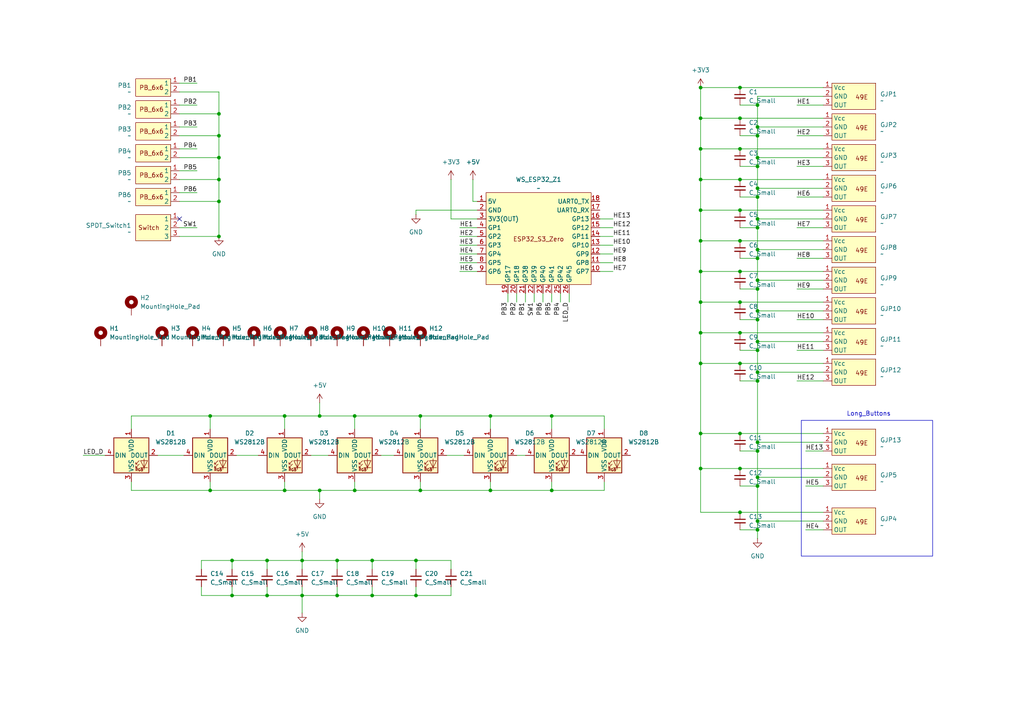
<source format=kicad_sch>
(kicad_sch (version 20250114) (generator "eeschema") (generator_version "9.0")
  (paper "A4")
  (lib_symbols
    (symbol "Device:C_Small" (pin_numbers (hide yes)) (pin_names (offset 0.254) (hide yes))
      (property "Reference" "C" (at 0.254 1.778 0))
      (property "Value" "C_Small" (at 0.254 -2.032 0))
      (symbol "C_Small_0_1"
        (polyline (pts (xy -1.524 0.508) (xy 1.524 0.508)) (stroke (width 0.3048)))
        (polyline (pts (xy -1.524 -0.508) (xy 1.524 -0.508)) (stroke (width 0.3302)))
      )
      (symbol "C_Small_1_1"
        (pin passive line (at 0 2.54 270) (length 2.032) (name "~") (number "1"))
        (pin passive line (at 0 -2.54 90) (length 2.032) (name "~") (number "2"))
      )
    )
    (symbol "HE_Leverless_library:1P2T_SPDT_Switch"
      (property "Reference" "SPDT_Switch" (at 0 0 0))
      (symbol "1P2T_SPDT_Switch_1_1"
        (rectangle (start -5.08 -2.54) (end 5.08 -10.16) (fill (type background)))
        (text "Switch\n" (at 1.27 -6.35 0) (effects (font (size 1.27 1.27))))
        (pin passive line (at -7.62 -3.81 0) (length 2.54) (name "1") (number "1"))
        (pin passive line (at -7.62 -6.35 0) (length 2.54) (name "2") (number "2"))
        (pin passive line (at -7.62 -8.89 0) (length 2.54) (name "3") (number "3"))
      )
    )
    (symbol "HE_Leverless_library:6x6_PushButton"
      (property "Reference" "PB" (at 0 0 0))
      (symbol "6x6_PushButton_1_1"
        (rectangle (start -1.27 7.62) (end 8.89 2.54) (fill (type background)))
        (text "PB_6x6" (at 4.318 5.08 0) (effects (font (size 1.27 1.27))))
        (pin passive line (at -3.81 6.35 0) (length 2.54) (name "1") (number "1"))
        (pin passive line (at -3.81 3.81 0) (length 2.54) (name "2") (number "2"))
      )
    )
    (symbol "HE_Leverless_library:Gateron_Jade_Pro"
      (property "Reference" "GJP" (at 0 0 0))
      (symbol "Gateron_Jade_Pro_1_1"
        (rectangle (start -3.81 -1.27) (end 8.89 -8.89) (fill (type background)))
        (text "49E" (at 4.826 -5.334 0) (effects (font (size 1.27 1.27))))
        (pin power_in line (at -6.35 -2.54 0) (length 2.54) (name "Vcc") (number "1"))
        (pin power_in line (at -6.35 -5.08 0) (length 2.54) (name "GND") (number "2"))
        (pin output line (at -6.35 -7.62 0) (length 2.54) (name "OUT") (number "3"))
      )
    )
    (symbol "HE_Leverless_library:Gateron_Jade_Pro_2"
      (property "Reference" "GJP" (at 0 0 0))
      (symbol "Gateron_Jade_Pro_2_1_1"
        (rectangle (start -3.81 -1.27) (end 8.89 -8.89) (fill (type background)))
        (text "49E" (at 4.826 -5.334 0) (effects (font (size 1.27 1.27))))
        (pin power_in line (at -6.35 -2.54 0) (length 2.54) (name "Vcc") (number "1"))
        (pin power_in line (at -6.35 -5.08 0) (length 2.54) (name "GND") (number "2"))
        (pin output line (at -6.35 -7.62 0) (length 2.54) (name "OUT") (number "3"))
      )
    )
    (symbol "HE_Leverless_library:Gateron_Jade_Pro_3"
      (property "Reference" "GJP" (at 0 0 0))
      (symbol "Gateron_Jade_Pro_3_1_1"
        (rectangle (start -3.81 -1.27) (end 8.89 -8.89) (fill (type background)))
        (text "49E" (at 4.826 -5.334 0) (effects (font (size 1.27 1.27))))
        (pin power_in line (at -6.35 -2.54 0) (length 2.54) (name "Vcc") (number "1"))
        (pin power_in line (at -6.35 -5.08 0) (length 2.54) (name "GND") (number "2"))
        (pin output line (at -6.35 -7.62 0) (length 2.54) (name "OUT") (number "3"))
      )
    )
    (symbol "HE_Leverless_library:WS_ESP32_S3_Zero"
      (property "Reference" "WS_ESP32_Z" (at -0.508 17.018 0))
      (symbol "WS_ESP32_S3_Zero_1_1"
        (rectangle (start -15.24 13.97) (end 15.24 -12.7) (fill (type background)))
        (text "ESP32_S3_Zero" (at 0 0.508 0) (effects (font (size 1.27 1.27))))
        (pin bidirectional line (at -17.78 11.43 0) (length 2.54) (name "5V") (number "1"))
        (pin power_in line (at -17.78 8.89 0) (length 2.54) (name "GND") (number "2"))
        (pin power_out line (at -17.78 6.35 0) (length 2.54) (name "3V3(OUT)") (number "3"))
        (pin bidirectional line (at -17.78 3.81 0) (length 2.54) (name "GP1") (number "4"))
        (pin bidirectional line (at -17.78 1.27 0) (length 2.54) (name "GP2") (number "5"))
        (pin bidirectional line (at -17.78 -1.27 0) (length 2.54) (name "GP3") (number "6"))
        (pin bidirectional line (at -17.78 -3.81 0) (length 2.54) (name "GP4") (number "7"))
        (pin bidirectional line (at -17.78 -6.35 0) (length 2.54) (name "GP5") (number "8"))
        (pin bidirectional line (at -17.78 -8.89 0) (length 2.54) (name "GP6") (number "9"))
        (pin bidirectional line (at -8.89 -15.24 90) (length 2.54) (name "GP17") (number "19"))
        (pin bidirectional line (at -6.35 -15.24 90) (length 2.54) (name "GP18") (number "20"))
        (pin bidirectional line (at -3.81 -15.24 90) (length 2.54) (name "GP38") (number "21"))
        (pin bidirectional line (at -1.27 -15.24 90) (length 2.54) (name "GP39") (number "22"))
        (pin bidirectional line (at 1.27 -15.24 90) (length 2.54) (name "GP40") (number "23"))
        (pin bidirectional line (at 3.81 -15.24 90) (length 2.54) (name "GP41") (number "24"))
        (pin bidirectional line (at 6.35 -15.24 90) (length 2.54) (name "GP42") (number "25"))
        (pin bidirectional line (at 8.89 -15.24 90) (length 2.54) (name "GP45") (number "26"))
        (pin bidirectional line (at 17.78 11.43 180) (length 2.54) (name "UART0_TX") (number "18"))
        (pin bidirectional line (at 17.78 8.89 180) (length 2.54) (name "UART0_RX") (number "17"))
        (pin bidirectional line (at 17.78 6.35 180) (length 2.54) (name "GP13") (number "16"))
        (pin bidirectional line (at 17.78 3.81 180) (length 2.54) (name "GP12") (number "15"))
        (pin bidirectional line (at 17.78 1.27 180) (length 2.54) (name "GP11") (number "14"))
        (pin bidirectional line (at 17.78 -1.27 180) (length 2.54) (name "GP10") (number "13"))
        (pin bidirectional line (at 17.78 -3.81 180) (length 2.54) (name "GP9") (number "12"))
        (pin bidirectional line (at 17.78 -6.35 180) (length 2.54) (name "GP8") (number "11"))
        (pin bidirectional line (at 17.78 -8.89 180) (length 2.54) (name "GP7") (number "10"))
      )
    )
    (symbol "LED:WS2812B" (pin_names (offset 0.254))
      (property "Reference" "D" (at 5.08 5.715 0))
      (property "Value" "WS2812B" (at 1.27 -5.715 0))
      (symbol "WS2812B_0_0"
        (text "RGB" (at 2.286 -4.191 0) (effects (font (size 0.762 0.762))))
      )
      (symbol "WS2812B_0_1"
        (polyline (pts (xy 1.27 -2.54) (xy 1.778 -2.54)))
        (polyline (pts (xy 1.27 -3.556) (xy 1.778 -3.556)))
        (polyline (pts (xy 2.286 -1.524) (xy 1.27 -2.54) (xy 1.27 -2.032)))
        (polyline (pts (xy 2.286 -2.54) (xy 1.27 -3.556) (xy 1.27 -3.048)))
        (polyline (pts (xy 3.683 -1.016) (xy 3.683 -3.556) (xy 3.683 -4.064)))
        (polyline (pts (xy 4.699 -1.524) (xy 2.667 -1.524) (xy 3.683 -3.556) (xy 4.699 -1.524)))
        (polyline (pts (xy 4.699 -3.556) (xy 2.667 -3.556)))
        (rectangle (start 5.08 5.08) (end -5.08 -5.08) (stroke (width 0.254)) (fill (type background)))
      )
      (symbol "WS2812B_1_1"
        (pin input line (at -7.62 0 0) (length 2.54) (name "DIN") (number "4"))
        (pin power_in line (at 0 7.62 270) (length 2.54) (name "VDD") (number "1"))
        (pin power_in line (at 0 -7.62 90) (length 2.54) (name "VSS") (number "3"))
        (pin output line (at 7.62 0 180) (length 2.54) (name "DOUT") (number "2"))
      )
    )
    (symbol "Mechanical:MountingHole_Pad" (pin_numbers (hide yes)) (pin_names (offset 1.016) (hide yes)) (exclude_from_sim yes) (in_bom no)
      (property "Reference" "H" (at 0 6.35 0))
      (property "Value" "MountingHole_Pad" (at 0 4.445 0))
      (symbol "MountingHole_Pad_0_1"
        (circle (center 0 1.27) (radius 1.27) (stroke (width 1.27)))
      )
      (symbol "MountingHole_Pad_1_1"
        (pin input line (at 0 -2.54 90) (length 2.54) (name "1") (number "1"))
      )
    )
    (symbol "power:+3V3" (power) (pin_numbers (hide yes)) (pin_names (offset 0) (hide yes))
      (property "Value" "+3V3" (at 0 3.556 0))
      (symbol "+3V3_0_1"
        (polyline (pts (xy -0.762 1.27) (xy 0 2.54)))
        (polyline (pts (xy 0 2.54) (xy 0.762 1.27)))
        (polyline (pts (xy 0 0) (xy 0 2.54)))
      )
      (symbol "+3V3_1_1"
        (pin power_in line (at 0 0 90) (length 0) (name "~") (number "1"))
      )
    )
    (symbol "power:+5V" (power) (pin_numbers (hide yes)) (pin_names (offset 0) (hide yes))
      (property "Value" "+5V" (at 0 3.556 0))
      (symbol "+5V_0_1"
        (polyline (pts (xy -0.762 1.27) (xy 0 2.54)))
        (polyline (pts (xy 0 2.54) (xy 0.762 1.27)))
        (polyline (pts (xy 0 0) (xy 0 2.54)))
      )
      (symbol "+5V_1_1"
        (pin power_in line (at 0 0 90) (length 0) (name "~") (number "1"))
      )
    )
    (symbol "power:GND" (power) (pin_numbers (hide yes)) (pin_names (offset 0) (hide yes))
      (property "Value" "GND" (at 0 -3.81 0))
      (symbol "GND_0_1"
        (polyline (pts (xy 0 0) (xy 0 -1.27) (xy 1.27 -1.27) (xy 0 -2.54) (xy -1.27 -1.27) (xy 0 -1.27)))
      )
      (symbol "GND_1_1"
        (pin power_in line (at 0 0 270) (length 0) (name "~") (number "1"))
      )
    )
  )
  (rectangle (start 232.41 121.92) (end 270.51 161.29))
  (text "Long_Buttons\n" (at 251.968 120.142 0) (effects (font (size 1.27 1.27))))
  (junction (at 203.2 69.85))
  (junction (at 219.71 90.17))
  (junction (at 63.5 33.02))
  (junction (at 219.71 63.5))
  (junction (at 219.71 54.61))
  (junction (at 160.02 120.65))
  (junction (at 214.63 148.59))
  (junction (at 203.2 87.63))
  (junction (at 63.5 68.58))
  (junction (at 203.2 60.96))
  (junction (at 203.2 43.18))
  (junction (at 97.79 162.56))
  (junction (at 219.71 140.97))
  (junction (at 214.63 60.96))
  (junction (at 214.63 87.63))
  (junction (at 77.47 162.56))
  (junction (at 203.2 78.74))
  (junction (at 219.71 36.83))
  (junction (at 107.95 162.56))
  (junction (at 121.92 142.24))
  (junction (at 219.71 74.93))
  (junction (at 219.71 39.37))
  (junction (at 219.71 81.28))
  (junction (at 219.71 45.72))
  (junction (at 142.24 142.24))
  (junction (at 219.71 151.13))
  (junction (at 214.63 69.85))
  (junction (at 214.63 52.07))
  (junction (at 107.95 172.72))
  (junction (at 219.71 110.49))
  (junction (at 219.71 66.04))
  (junction (at 219.71 128.27))
  (junction (at 60.96 142.24))
  (junction (at 214.63 125.73))
  (junction (at 102.87 142.24))
  (junction (at 214.63 135.89))
  (junction (at 63.5 58.42))
  (junction (at 219.71 130.81))
  (junction (at 203.2 52.07))
  (junction (at 67.31 172.72))
  (junction (at 219.71 30.48))
  (junction (at 92.71 142.24))
  (junction (at 203.2 135.89))
  (junction (at 203.2 96.52))
  (junction (at 219.71 99.06))
  (junction (at 214.63 78.74))
  (junction (at 87.63 172.72))
  (junction (at 219.71 101.6))
  (junction (at 92.71 120.65))
  (junction (at 214.63 43.18))
  (junction (at 214.63 96.52))
  (junction (at 82.55 120.65))
  (junction (at 82.55 142.24))
  (junction (at 67.31 162.56))
  (junction (at 214.63 105.41))
  (junction (at 219.71 57.15))
  (junction (at 63.5 45.72))
  (junction (at 219.71 92.71))
  (junction (at 60.96 120.65))
  (junction (at 63.5 39.37))
  (junction (at 214.63 25.4))
  (junction (at 219.71 83.82))
  (junction (at 63.5 52.07))
  (junction (at 219.71 138.43))
  (junction (at 203.2 125.73))
  (junction (at 77.47 172.72))
  (junction (at 214.63 34.29))
  (junction (at 203.2 34.29))
  (junction (at 219.71 153.67))
  (junction (at 87.63 162.56))
  (junction (at 142.24 120.65))
  (junction (at 102.87 120.65))
  (junction (at 160.02 142.24))
  (junction (at 120.65 162.56))
  (junction (at 219.71 48.26))
  (junction (at 121.92 120.65))
  (junction (at 203.2 105.41))
  (junction (at 203.2 25.4))
  (junction (at 219.71 107.95))
  (junction (at 97.79 172.72))
  (junction (at 120.65 172.72))
  (junction (at 219.71 72.39))
  (no_connect (at 52.07 63.5))
  (wire (pts (xy 82.55 139.7) (xy 82.55 142.24)))
  (wire (pts (xy 52.07 43.18) (xy 57.15 43.18)))
  (wire (pts (xy 238.76 105.41) (xy 214.63 105.41)))
  (wire (pts (xy 92.71 144.78) (xy 92.71 142.24)))
  (wire (pts (xy 219.71 99.06) (xy 219.71 92.71)))
  (wire (pts (xy 60.96 139.7) (xy 60.96 142.24)))
  (wire (pts (xy 219.71 39.37) (xy 219.71 36.83)))
  (wire (pts (xy 107.95 170.18) (xy 107.95 172.72)))
  (wire (pts (xy 38.1 142.24) (xy 60.96 142.24)))
  (wire (pts (xy 214.63 66.04) (xy 219.71 66.04)))
  (wire (pts (xy 203.2 148.59) (xy 203.2 135.89)))
  (wire (pts (xy 214.63 48.26) (xy 219.71 48.26)))
  (wire (pts (xy 219.71 138.43) (xy 219.71 130.81)))
  (wire (pts (xy 138.43 63.5) (xy 130.81 63.5)))
  (wire (pts (xy 63.5 52.07) (xy 52.07 52.07)))
  (wire (pts (xy 38.1 124.46) (xy 38.1 120.65)))
  (wire (pts (xy 160.02 142.24) (xy 175.26 142.24)))
  (wire (pts (xy 219.71 138.43) (xy 238.76 138.43)))
  (wire (pts (xy 238.76 125.73) (xy 214.63 125.73)))
  (wire (pts (xy 102.87 139.7) (xy 102.87 142.24)))
  (wire (pts (xy 63.5 26.67) (xy 63.5 33.02)))
  (wire (pts (xy 38.1 120.65) (xy 60.96 120.65)))
  (wire (pts (xy 214.63 57.15) (xy 219.71 57.15)))
  (wire (pts (xy 60.96 142.24) (xy 82.55 142.24)))
  (wire (pts (xy 92.71 120.65) (xy 102.87 120.65)))
  (wire (pts (xy 130.81 170.18) (xy 130.81 172.72)))
  (wire (pts (xy 173.99 78.74) (xy 177.8 78.74)))
  (wire (pts (xy 63.5 58.42) (xy 63.5 52.07)))
  (wire (pts (xy 214.63 87.63) (xy 238.76 87.63)))
  (wire (pts (xy 219.71 156.21) (xy 219.71 153.67)))
  (wire (pts (xy 214.63 43.18) (xy 238.76 43.18)))
  (wire (pts (xy 203.2 135.89) (xy 203.2 125.73)))
  (wire (pts (xy 214.63 60.96) (xy 238.76 60.96)))
  (wire (pts (xy 219.71 45.72) (xy 219.71 39.37)))
  (wire (pts (xy 219.71 83.82) (xy 219.71 81.28)))
  (wire (pts (xy 162.56 87.63) (xy 162.56 85.09)))
  (wire (pts (xy 219.71 153.67) (xy 219.71 151.13)))
  (wire (pts (xy 60.96 120.65) (xy 60.96 124.46)))
  (wire (pts (xy 231.14 48.26) (xy 238.76 48.26)))
  (wire (pts (xy 231.14 101.6) (xy 238.76 101.6)))
  (wire (pts (xy 157.48 87.63) (xy 157.48 85.09)))
  (wire (pts (xy 219.71 130.81) (xy 219.71 128.27)))
  (wire (pts (xy 203.2 52.07) (xy 203.2 43.18)))
  (wire (pts (xy 214.63 83.82) (xy 219.71 83.82)))
  (wire (pts (xy 58.42 162.56) (xy 67.31 162.56)))
  (wire (pts (xy 214.63 96.52) (xy 238.76 96.52)))
  (wire (pts (xy 82.55 142.24) (xy 92.71 142.24)))
  (wire (pts (xy 214.63 140.97) (xy 219.71 140.97)))
  (wire (pts (xy 160.02 87.63) (xy 160.02 85.09)))
  (wire (pts (xy 63.5 39.37) (xy 63.5 45.72)))
  (wire (pts (xy 52.07 36.83) (xy 57.15 36.83)))
  (wire (pts (xy 214.63 52.07) (xy 238.76 52.07)))
  (wire (pts (xy 63.5 52.07) (xy 63.5 45.72)))
  (wire (pts (xy 77.47 170.18) (xy 77.47 172.72)))
  (wire (pts (xy 219.71 30.48) (xy 219.71 27.94)))
  (wire (pts (xy 238.76 25.4) (xy 214.63 25.4)))
  (wire (pts (xy 102.87 120.65) (xy 102.87 124.46)))
  (wire (pts (xy 133.35 78.74) (xy 138.43 78.74)))
  (wire (pts (xy 63.5 45.72) (xy 52.07 45.72)))
  (wire (pts (xy 231.14 39.37) (xy 238.76 39.37)))
  (wire (pts (xy 214.63 105.41) (xy 203.2 105.41)))
  (wire (pts (xy 231.14 66.04) (xy 238.76 66.04)))
  (wire (pts (xy 92.71 142.24) (xy 102.87 142.24)))
  (wire (pts (xy 77.47 162.56) (xy 87.63 162.56)))
  (wire (pts (xy 160.02 139.7) (xy 160.02 142.24)))
  (wire (pts (xy 121.92 139.7) (xy 121.92 142.24)))
  (wire (pts (xy 203.2 96.52) (xy 203.2 87.63)))
  (wire (pts (xy 203.2 87.63) (xy 203.2 78.74)))
  (wire (pts (xy 129.54 132.08) (xy 134.62 132.08)))
  (wire (pts (xy 203.2 125.73) (xy 203.2 105.41)))
  (wire (pts (xy 219.71 48.26) (xy 219.71 45.72)))
  (wire (pts (xy 219.71 66.04) (xy 219.71 63.5)))
  (wire (pts (xy 203.2 60.96) (xy 203.2 52.07)))
  (wire (pts (xy 107.95 162.56) (xy 120.65 162.56)))
  (wire (pts (xy 219.71 110.49) (xy 219.71 107.95)))
  (wire (pts (xy 82.55 120.65) (xy 92.71 120.65)))
  (wire (pts (xy 173.99 63.5) (xy 177.8 63.5)))
  (wire (pts (xy 219.71 36.83) (xy 238.76 36.83)))
  (wire (pts (xy 173.99 66.04) (xy 177.8 66.04)))
  (wire (pts (xy 130.81 172.72) (xy 120.65 172.72)))
  (wire (pts (xy 233.68 130.81) (xy 238.76 130.81)))
  (wire (pts (xy 203.2 87.63) (xy 214.63 87.63)))
  (wire (pts (xy 219.71 151.13) (xy 238.76 151.13)))
  (wire (pts (xy 219.71 128.27) (xy 238.76 128.27)))
  (wire (pts (xy 77.47 172.72) (xy 87.63 172.72)))
  (wire (pts (xy 97.79 162.56) (xy 97.79 165.1)))
  (wire (pts (xy 173.99 76.2) (xy 177.8 76.2)))
  (wire (pts (xy 87.63 162.56) (xy 87.63 165.1)))
  (wire (pts (xy 120.65 60.96) (xy 120.65 62.23)))
  (wire (pts (xy 102.87 120.65) (xy 121.92 120.65)))
  (wire (pts (xy 219.71 36.83) (xy 219.71 30.48)))
  (wire (pts (xy 52.07 55.88) (xy 57.15 55.88)))
  (wire (pts (xy 60.96 120.65) (xy 82.55 120.65)))
  (wire (pts (xy 138.43 60.96) (xy 120.65 60.96)))
  (wire (pts (xy 231.14 57.15) (xy 238.76 57.15)))
  (wire (pts (xy 97.79 162.56) (xy 107.95 162.56)))
  (wire (pts (xy 120.65 162.56) (xy 120.65 165.1)))
  (wire (pts (xy 214.63 125.73) (xy 203.2 125.73)))
  (wire (pts (xy 238.76 107.95) (xy 219.71 107.95)))
  (wire (pts (xy 203.2 60.96) (xy 214.63 60.96)))
  (wire (pts (xy 219.71 74.93) (xy 219.71 72.39)))
  (wire (pts (xy 214.63 92.71) (xy 219.71 92.71)))
  (wire (pts (xy 133.35 76.2) (xy 138.43 76.2)))
  (wire (pts (xy 219.71 90.17) (xy 238.76 90.17)))
  (wire (pts (xy 219.71 63.5) (xy 219.71 57.15)))
  (wire (pts (xy 107.95 162.56) (xy 107.95 165.1)))
  (wire (pts (xy 231.14 74.93) (xy 238.76 74.93)))
  (wire (pts (xy 52.07 68.58) (xy 63.5 68.58)))
  (wire (pts (xy 68.58 132.08) (xy 74.93 132.08)))
  (wire (pts (xy 231.14 83.82) (xy 238.76 83.82)))
  (wire (pts (xy 52.07 30.48) (xy 57.15 30.48)))
  (wire (pts (xy 82.55 120.65) (xy 82.55 124.46)))
  (wire (pts (xy 90.17 132.08) (xy 95.25 132.08)))
  (wire (pts (xy 63.5 33.02) (xy 63.5 39.37)))
  (wire (pts (xy 133.35 73.66) (xy 138.43 73.66)))
  (wire (pts (xy 214.63 30.48) (xy 219.71 30.48)))
  (wire (pts (xy 120.65 162.56) (xy 130.81 162.56)))
  (wire (pts (xy 52.07 66.04) (xy 57.15 66.04)))
  (wire (pts (xy 214.63 130.81) (xy 219.71 130.81)))
  (wire (pts (xy 152.4 132.08) (xy 149.86 132.08)))
  (wire (pts (xy 121.92 120.65) (xy 142.24 120.65)))
  (wire (pts (xy 219.71 99.06) (xy 238.76 99.06)))
  (wire (pts (xy 219.71 57.15) (xy 219.71 54.61)))
  (wire (pts (xy 133.35 66.04) (xy 138.43 66.04)))
  (wire (pts (xy 214.63 74.93) (xy 219.71 74.93)))
  (wire (pts (xy 231.14 30.48) (xy 238.76 30.48)))
  (wire (pts (xy 219.71 81.28) (xy 238.76 81.28)))
  (wire (pts (xy 142.24 142.24) (xy 142.24 139.7)))
  (wire (pts (xy 173.99 71.12) (xy 177.8 71.12)))
  (wire (pts (xy 203.2 96.52) (xy 214.63 96.52)))
  (wire (pts (xy 147.32 87.63) (xy 147.32 85.09)))
  (wire (pts (xy 219.71 101.6) (xy 219.71 99.06)))
  (wire (pts (xy 142.24 120.65) (xy 142.24 124.46)))
  (wire (pts (xy 102.87 142.24) (xy 121.92 142.24)))
  (wire (pts (xy 45.72 132.08) (xy 53.34 132.08)))
  (wire (pts (xy 219.71 140.97) (xy 219.71 138.43)))
  (wire (pts (xy 87.63 162.56) (xy 97.79 162.56)))
  (wire (pts (xy 38.1 142.24) (xy 38.1 139.7)))
  (wire (pts (xy 219.71 128.27) (xy 219.71 110.49)))
  (wire (pts (xy 219.71 72.39) (xy 238.76 72.39)))
  (wire (pts (xy 214.63 39.37) (xy 219.71 39.37)))
  (wire (pts (xy 231.14 92.71) (xy 238.76 92.71)))
  (wire (pts (xy 219.71 27.94) (xy 238.76 27.94)))
  (wire (pts (xy 58.42 165.1) (xy 58.42 162.56)))
  (wire (pts (xy 160.02 120.65) (xy 160.02 124.46)))
  (wire (pts (xy 120.65 172.72) (xy 107.95 172.72)))
  (wire (pts (xy 219.71 72.39) (xy 219.71 66.04)))
  (wire (pts (xy 219.71 90.17) (xy 219.71 83.82)))
  (wire (pts (xy 154.94 87.63) (xy 154.94 85.09)))
  (wire (pts (xy 87.63 160.02) (xy 87.63 162.56)))
  (wire (pts (xy 152.4 87.63) (xy 152.4 85.09)))
  (wire (pts (xy 137.16 52.07) (xy 137.16 58.42)))
  (wire (pts (xy 203.2 69.85) (xy 203.2 60.96)))
  (wire (pts (xy 173.99 68.58) (xy 177.8 68.58)))
  (wire (pts (xy 203.2 69.85) (xy 214.63 69.85)))
  (wire (pts (xy 214.63 69.85) (xy 238.76 69.85)))
  (wire (pts (xy 219.71 151.13) (xy 219.71 140.97)))
  (wire (pts (xy 219.71 45.72) (xy 238.76 45.72)))
  (wire (pts (xy 203.2 78.74) (xy 214.63 78.74)))
  (wire (pts (xy 107.95 172.72) (xy 97.79 172.72)))
  (wire (pts (xy 77.47 162.56) (xy 77.47 165.1)))
  (wire (pts (xy 130.81 63.5) (xy 130.81 52.07)))
  (wire (pts (xy 130.81 162.56) (xy 130.81 165.1)))
  (wire (pts (xy 133.35 71.12) (xy 138.43 71.12)))
  (wire (pts (xy 175.26 142.24) (xy 175.26 139.7)))
  (wire (pts (xy 87.63 170.18) (xy 87.63 172.72)))
  (wire (pts (xy 58.42 172.72) (xy 67.31 172.72)))
  (wire (pts (xy 175.26 120.65) (xy 175.26 124.46)))
  (wire (pts (xy 219.71 107.95) (xy 219.71 101.6)))
  (wire (pts (xy 67.31 165.1) (xy 67.31 162.56)))
  (wire (pts (xy 219.71 81.28) (xy 219.71 74.93)))
  (wire (pts (xy 214.63 78.74) (xy 238.76 78.74)))
  (wire (pts (xy 214.63 110.49) (xy 219.71 110.49)))
  (wire (pts (xy 97.79 172.72) (xy 87.63 172.72)))
  (wire (pts (xy 52.07 24.13) (xy 57.15 24.13)))
  (wire (pts (xy 214.63 101.6) (xy 219.71 101.6)))
  (wire (pts (xy 214.63 153.67) (xy 219.71 153.67)))
  (wire (pts (xy 203.2 43.18) (xy 214.63 43.18)))
  (wire (pts (xy 165.1 85.09) (xy 165.1 87.63)))
  (wire (pts (xy 67.31 172.72) (xy 77.47 172.72)))
  (wire (pts (xy 142.24 142.24) (xy 160.02 142.24)))
  (wire (pts (xy 63.5 33.02) (xy 52.07 33.02)))
  (wire (pts (xy 92.71 116.84) (xy 92.71 120.65)))
  (wire (pts (xy 63.5 68.58) (xy 63.5 58.42)))
  (wire (pts (xy 203.2 43.18) (xy 203.2 34.29)))
  (wire (pts (xy 121.92 142.24) (xy 142.24 142.24)))
  (wire (pts (xy 219.71 63.5) (xy 238.76 63.5)))
  (wire (pts (xy 214.63 25.4) (xy 203.2 25.4)))
  (wire (pts (xy 67.31 162.56) (xy 77.47 162.56)))
  (wire (pts (xy 160.02 120.65) (xy 175.26 120.65)))
  (wire (pts (xy 173.99 73.66) (xy 177.8 73.66)))
  (wire (pts (xy 214.63 34.29) (xy 238.76 34.29)))
  (wire (pts (xy 238.76 135.89) (xy 214.63 135.89)))
  (wire (pts (xy 203.2 52.07) (xy 214.63 52.07)))
  (wire (pts (xy 233.68 153.67) (xy 238.76 153.67)))
  (wire (pts (xy 203.2 34.29) (xy 214.63 34.29)))
  (wire (pts (xy 219.71 54.61) (xy 238.76 54.61)))
  (wire (pts (xy 238.76 148.59) (xy 214.63 148.59)))
  (wire (pts (xy 97.79 170.18) (xy 97.79 172.72)))
  (wire (pts (xy 203.2 78.74) (xy 203.2 69.85)))
  (wire (pts (xy 52.07 58.42) (xy 63.5 58.42)))
  (wire (pts (xy 219.71 92.71) (xy 219.71 90.17)))
  (wire (pts (xy 142.24 120.65) (xy 160.02 120.65)))
  (wire (pts (xy 214.63 135.89) (xy 203.2 135.89)))
  (wire (pts (xy 219.71 54.61) (xy 219.71 48.26)))
  (wire (pts (xy 63.5 39.37) (xy 52.07 39.37)))
  (wire (pts (xy 121.92 120.65) (xy 121.92 124.46)))
  (wire (pts (xy 67.31 170.18) (xy 67.31 172.72)))
  (wire (pts (xy 137.16 58.42) (xy 138.43 58.42)))
  (wire (pts (xy 233.68 140.97) (xy 238.76 140.97)))
  (wire (pts (xy 58.42 172.72) (xy 58.42 170.18)))
  (wire (pts (xy 203.2 34.29) (xy 203.2 25.4)))
  (wire (pts (xy 24.13 132.08) (xy 30.48 132.08)))
  (wire (pts (xy 214.63 148.59) (xy 203.2 148.59)))
  (wire (pts (xy 52.07 49.53) (xy 57.15 49.53)))
  (wire (pts (xy 149.86 87.63) (xy 149.86 85.09)))
  (wire (pts (xy 120.65 170.18) (xy 120.65 172.72)))
  (wire (pts (xy 133.35 68.58) (xy 138.43 68.58)))
  (wire (pts (xy 87.63 177.8) (xy 87.63 172.72)))
  (wire (pts (xy 110.49 132.08) (xy 114.3 132.08)))
  (wire (pts (xy 231.14 110.49) (xy 238.76 110.49)))
  (wire (pts (xy 52.07 26.67) (xy 63.5 26.67)))
  (wire (pts (xy 203.2 105.41) (xy 203.2 96.52)))
  (label "PB4" (at 57.15 43.18 180))
  (label "HE1" (at 231.14 30.48 0))
  (label "HE10" (at 177.8 71.12 0))
  (label "PB2" (at 57.15 30.48 180))
  (label "LED_D" (at 24.13 132.08 0))
  (label "HE11" (at 231.14 101.6 0))
  (label "PB2" (at 149.86 87.63 270))
  (label "HE9" (at 177.8 73.66 0))
  (label "HE1" (at 133.35 66.04 0))
  (label "HE7" (at 177.8 78.74 0))
  (label "PB6" (at 157.48 87.63 270))
  (label "PB1" (at 152.4 87.63 270))
  (label "PB5" (at 57.15 49.53 180))
  (label "PB5" (at 160.02 87.63 270))
  (label "HE4" (at 133.35 73.66 0))
  (label "HE11" (at 177.8 68.58 0))
  (label "HE3" (at 231.14 48.26 0))
  (label "HE12" (at 177.8 66.04 0))
  (label "SW1" (at 57.15 66.04 180))
  (label "HE13" (at 233.68 130.81 0))
  (label "HE12" (at 231.14 110.49 0))
  (label "HE4" (at 233.68 153.67 0))
  (label "HE8" (at 177.8 76.2 0))
  (label "HE9" (at 231.14 83.82 0))
  (label "HE6" (at 231.14 57.15 0))
  (label "HE6" (at 133.35 78.74 0))
  (label "LED_D" (at 165.1 87.63 270))
  (label "PB1" (at 57.15 24.13 180))
  (label "SW1" (at 154.94 87.63 270))
  (label "PB3" (at 57.15 36.83 180))
  (label "HE3" (at 133.35 71.12 0))
  (label "PB6" (at 57.15 55.88 180))
  (label "HE8" (at 231.14 74.93 0))
  (label "HE5" (at 133.35 76.2 0))
  (label "PB3" (at 147.32 87.63 270))
  (label "HE5" (at 233.68 140.97 0))
  (label "PB4" (at 162.56 87.63 270))
  (label "HE7" (at 231.14 66.04 0))
  (label "HE10" (at 231.14 92.71 0))
  (label "HE2" (at 231.14 39.37 0))
  (label "HE2" (at 133.35 68.58 0))
  (label "HE13" (at 177.8 63.5 0))
  (symbol (lib_id "HE_Leverless_library:6x6_PushButton") (at 48.26 62.23 0) (mirror y) (unit 1)
    (property "Reference" "PB6" (at 38.1 56.5149 0) (effects (justify left)))
    (property "Value" "~" (at 38.1 58.42 0) (effects (justify left)))
    (property "Footprint" "HE_Leverless_Library:6x6_PushButton" (effects (hide yes)))
  )
  (symbol (lib_id "power:GND") (at 92.71 144.78 0) (unit 1)
    (property "Reference" "#PWR07" (effects (hide yes)))
    (property "Value" "GND" (at 92.71 149.86 0))
    (property "Description" "Power symbol creates a global label with name \"GND\" , ground" (effects (hide yes)))
  )
  (symbol (lib_id "Device:C_Small") (at 214.63 107.95 0) (unit 1)
    (property "Reference" "C10" (at 217.17 106.6862 0) (effects (justify left)))
    (property "Value" "C_Small" (at 217.17 109.2262 0) (effects (justify left)))
    (property "Footprint" "Capacitor_SMD:C_0805_2012Metric" (effects (hide yes)))
    (property "Description" "Unpolarized capacitor, small symbol" (effects (hide yes)))
  )
  (symbol (lib_id "power:GND") (at 87.63 177.8 0) (unit 1)
    (property "Reference" "#PWR09" (effects (hide yes)))
    (property "Value" "GND" (at 87.63 182.88 0))
    (property "Description" "Power symbol creates a global label with name \"GND\" , ground" (effects (hide yes)))
  )
  (symbol (lib_id "HE_Leverless_library:Gateron_Jade_Pro") (at 245.11 58.42 0) (unit 1)
    (property "Reference" "GJP7" (at 255.27 62.8649 0) (effects (justify left)))
    (property "Value" "~" (at 255.27 64.77 0) (effects (justify left)))
    (property "Footprint" "HE_Leverless_Library:Gateron_Jade_Pro" (effects (hide yes)))
  )
  (symbol (lib_id "Mechanical:MountingHole_Pad") (at 121.92 97.79 0) (unit 1) (exclude_from_sim yes) (in_bom no)
    (property "Reference" "H12" (at 124.46 95.2499 0) (effects (justify left)))
    (property "Value" "MountingHole_Pad" (at 124.46 97.7899 0) (effects (justify left)))
    (property "Footprint" "MountingHole:MountingHole_3.2mm_M3_Pad" (effects (hide yes)))
    (property "Description" "Mounting Hole with connection" (effects (hide yes)))
  )
  (symbol (lib_id "Device:C_Small") (at 214.63 128.27 0) (unit 1)
    (property "Reference" "C11" (at 217.17 127.0062 0) (effects (justify left)))
    (property "Value" "C_Small" (at 217.17 129.5462 0) (effects (justify left)))
    (property "Footprint" "Capacitor_SMD:C_0805_2012Metric" (effects (hide yes)))
    (property "Description" "Unpolarized capacitor, small symbol" (effects (hide yes)))
  )
  (symbol (lib_id "LED:WS2812B") (at 142.24 132.08 0) (unit 1)
    (property "Reference" "D6" (at 153.67 125.6598 0))
    (property "Value" "WS2812B" (at 153.67 128.1998 0))
    (property "Footprint" "LED_SMD:LED_WS2812B_PLCC4_5.0x5.0mm_P3.2mm" (effects (hide yes)))
    (property "Datasheet" "https://cdn-shop.adafruit.com/datasheets/WS2812B.pdf" (effects (hide yes)))
    (property "Description" "RGB LED with integrated controller" (effects (hide yes)))
  )
  (symbol (lib_id "LED:WS2812B") (at 102.87 132.08 0) (unit 1)
    (property "Reference" "D4" (at 114.3 125.6598 0))
    (property "Value" "WS2812B" (at 114.3 128.1998 0))
    (property "Footprint" "LED_SMD:LED_WS2812B_PLCC4_5.0x5.0mm_P3.2mm" (effects (hide yes)))
    (property "Datasheet" "https://cdn-shop.adafruit.com/datasheets/WS2812B.pdf" (effects (hide yes)))
    (property "Description" "RGB LED with integrated controller" (effects (hide yes)))
  )
  (symbol (lib_id "Mechanical:MountingHole_Pad") (at 29.21 97.79 0) (unit 1) (exclude_from_sim yes) (in_bom no)
    (property "Reference" "H1" (at 31.75 95.2499 0) (effects (justify left)))
    (property "Value" "MountingHole_Pad" (at 31.75 97.7899 0) (effects (justify left)))
    (property "Footprint" "MountingHole:MountingHole_3.2mm_M3_Pad" (effects (hide yes)))
    (property "Description" "Mounting Hole with connection" (effects (hide yes)))
  )
  (symbol (lib_id "Mechanical:MountingHole_Pad") (at 55.88 97.79 0) (unit 1) (exclude_from_sim yes) (in_bom no)
    (property "Reference" "H4" (at 58.42 95.2499 0) (effects (justify left)))
    (property "Value" "MountingHole_Pad" (at 58.42 97.7899 0) (effects (justify left)))
    (property "Footprint" "MountingHole:MountingHole_3.2mm_M3_Pad" (effects (hide yes)))
    (property "Description" "Mounting Hole with connection" (effects (hide yes)))
  )
  (symbol (lib_id "HE_Leverless_library:Gateron_Jade_Pro_3") (at 245.11 146.05 0) (unit 1)
    (property "Reference" "GJP4" (at 255.27 150.4949 0) (effects (justify left)))
    (property "Value" "~" (at 255.27 152.4 0) (effects (justify left)))
    (property "Footprint" "HE_Leverless_Library:Gateron_Jade_Pro_3" (effects (hide yes)))
  )
  (symbol (lib_id "Device:C_Small") (at 130.81 167.64 0) (unit 1)
    (property "Reference" "C21" (at 133.35 166.3762 0) (effects (justify left)))
    (property "Value" "C_Small" (at 133.35 168.9162 0) (effects (justify left)))
    (property "Footprint" "Capacitor_SMD:C_0805_2012Metric" (effects (hide yes)))
    (property "Description" "Unpolarized capacitor, small symbol" (effects (hide yes)))
  )
  (symbol (lib_id "HE_Leverless_library:WS_ESP32_S3_Zero") (at 156.21 69.85 0) (unit 1)
    (property "Reference" "WS_ESP32_Z1" (at 156.21 52.07 0))
    (property "Value" "~" (at 156.21 54.61 0))
    (property "Footprint" "HE_Leverless_Library:WS_ESP32_S3_Zero" (effects (hide yes)))
  )
  (symbol (lib_id "Mechanical:MountingHole_Pad") (at 105.41 97.79 0) (unit 1) (exclude_from_sim yes) (in_bom no)
    (property "Reference" "H10" (at 107.95 95.2499 0) (effects (justify left)))
    (property "Value" "MountingHole_Pad" (at 107.95 97.7899 0) (effects (justify left)))
    (property "Footprint" "MountingHole:MountingHole_3.2mm_M3_Pad" (effects (hide yes)))
    (property "Description" "Mounting Hole with connection" (effects (hide yes)))
  )
  (symbol (lib_id "Device:C_Small") (at 58.42 167.64 0) (unit 1)
    (property "Reference" "C14" (at 60.96 166.3762 0) (effects (justify left)))
    (property "Value" "C_Small" (at 60.96 168.9162 0) (effects (justify left)))
    (property "Footprint" "Capacitor_SMD:C_0805_2012Metric" (effects (hide yes)))
    (property "Description" "Unpolarized capacitor, small symbol" (effects (hide yes)))
  )
  (symbol (lib_id "Device:C_Small") (at 214.63 90.17 0) (unit 1)
    (property "Reference" "C8" (at 217.17 88.9062 0) (effects (justify left)))
    (property "Value" "C_Small" (at 217.17 91.4462 0) (effects (justify left)))
    (property "Footprint" "Capacitor_SMD:C_0805_2012Metric" (effects (hide yes)))
    (property "Description" "Unpolarized capacitor, small symbol" (effects (hide yes)))
  )
  (symbol (lib_id "power:+3V3") (at 130.81 52.07 0) (unit 1)
    (property "Reference" "#PWR04" (effects (hide yes)))
    (property "Value" "+3V3" (at 130.81 46.99 0))
    (property "Description" "Power symbol creates a global label with name \"+3V3\"" (effects (hide yes)))
  )
  (symbol (lib_id "HE_Leverless_library:Gateron_Jade_Pro") (at 245.11 102.87 0) (unit 1)
    (property "Reference" "GJP12" (at 255.27 107.3149 0) (effects (justify left)))
    (property "Value" "~" (at 255.27 109.22 0) (effects (justify left)))
    (property "Footprint" "HE_Leverless_Library:Gateron_Jade_Pro" (effects (hide yes)))
  )
  (symbol (lib_id "HE_Leverless_library:Gateron_Jade_Pro") (at 245.11 49.53 0) (unit 1)
    (property "Reference" "GJP6" (at 255.27 53.9749 0) (effects (justify left)))
    (property "Value" "~" (at 255.27 55.88 0) (effects (justify left)))
    (property "Footprint" "HE_Leverless_Library:Gateron_Jade_Pro" (effects (hide yes)))
  )
  (symbol (lib_id "Device:C_Small") (at 214.63 27.94 0) (unit 1)
    (property "Reference" "C1" (at 217.17 26.6762 0) (effects (justify left)))
    (property "Value" "C_Small" (at 217.17 29.2162 0) (effects (justify left)))
    (property "Footprint" "Capacitor_SMD:C_0805_2012Metric" (effects (hide yes)))
    (property "Description" "Unpolarized capacitor, small symbol" (effects (hide yes)))
  )
  (symbol (lib_id "Mechanical:MountingHole_Pad") (at 90.17 97.79 0) (unit 1) (exclude_from_sim yes) (in_bom no)
    (property "Reference" "H8" (at 92.71 95.2499 0) (effects (justify left)))
    (property "Value" "MountingHole_Pad" (at 92.71 97.7899 0) (effects (justify left)))
    (property "Footprint" "MountingHole:MountingHole_3.2mm_M3_Pad" (effects (hide yes)))
    (property "Description" "Mounting Hole with connection" (effects (hide yes)))
  )
  (symbol (lib_id "Device:C_Small") (at 214.63 63.5 0) (unit 1)
    (property "Reference" "C5" (at 217.17 62.2362 0) (effects (justify left)))
    (property "Value" "C_Small" (at 217.17 64.7762 0) (effects (justify left)))
    (property "Footprint" "Capacitor_SMD:C_0805_2012Metric" (effects (hide yes)))
    (property "Description" "Unpolarized capacitor, small symbol" (effects (hide yes)))
  )
  (symbol (lib_id "power:GND") (at 120.65 62.23 0) (unit 1)
    (property "Reference" "#PWR02" (effects (hide yes)))
    (property "Value" "GND" (at 120.65 67.31 0))
    (property "Description" "Power symbol creates a global label with name \"GND\" , ground" (effects (hide yes)))
  )
  (symbol (lib_id "power:GND") (at 63.5 68.58 0) (unit 1)
    (property "Reference" "#PWR03" (effects (hide yes)))
    (property "Value" "GND" (at 63.5 73.66 0))
    (property "Description" "Power symbol creates a global label with name \"GND\" , ground" (effects (hide yes)))
  )
  (symbol (lib_id "Mechanical:MountingHole_Pad") (at 97.79 97.79 0) (unit 1) (exclude_from_sim yes) (in_bom no)
    (property "Reference" "H9" (at 100.33 95.2499 0) (effects (justify left)))
    (property "Value" "MountingHole_Pad" (at 100.33 97.7899 0) (effects (justify left)))
    (property "Footprint" "MountingHole:MountingHole_3.2mm_M3_Pad" (effects (hide yes)))
    (property "Description" "Mounting Hole with connection" (effects (hide yes)))
  )
  (symbol (lib_id "power:+5V") (at 92.71 116.84 0) (unit 1)
    (property "Reference" "#PWR0101" (effects (hide yes)))
    (property "Value" "+5V" (at 92.71 111.76 0))
    (property "Description" "Power symbol creates a global label with name \"+5V\"" (effects (hide yes)))
  )
  (symbol (lib_id "HE_Leverless_library:6x6_PushButton") (at 48.26 43.18 0) (mirror y) (unit 1)
    (property "Reference" "PB3" (at 38.1 37.4649 0) (effects (justify left)))
    (property "Value" "~" (at 38.1 39.37 0) (effects (justify left)))
    (property "Footprint" "HE_Leverless_Library:6x6_PushButton" (effects (hide yes)))
  )
  (symbol (lib_id "HE_Leverless_library:Gateron_Jade_Pro_2") (at 245.11 133.35 0) (unit 1)
    (property "Reference" "GJP5" (at 255.27 137.7949 0) (effects (justify left)))
    (property "Value" "~" (at 255.27 139.7 0) (effects (justify left)))
    (property "Footprint" "HE_Leverless_Library:Gateron_Jade_Pro_2" (effects (hide yes)))
  )
  (symbol (lib_id "HE_Leverless_library:6x6_PushButton") (at 48.26 36.83 0) (mirror y) (unit 1)
    (property "Reference" "PB2" (at 38.1 31.1149 0) (effects (justify left)))
    (property "Value" "~" (at 38.1 33.02 0) (effects (justify left)))
    (property "Footprint" "HE_Leverless_Library:6x6_PushButton" (effects (hide yes)))
  )
  (symbol (lib_id "power:GND") (at 219.71 156.21 0) (unit 1)
    (property "Reference" "#PWR01" (effects (hide yes)))
    (property "Value" "GND" (at 219.71 161.29 0))
    (property "Description" "Power symbol creates a global label with name \"GND\" , ground" (effects (hide yes)))
  )
  (symbol (lib_id "power:+5V") (at 87.63 160.02 0) (unit 1)
    (property "Reference" "#PWR08" (effects (hide yes)))
    (property "Value" "+5V" (at 87.63 154.94 0))
    (property "Description" "Power symbol creates a global label with name \"+5V\"" (effects (hide yes)))
  )
  (symbol (lib_id "HE_Leverless_library:6x6_PushButton") (at 48.26 55.88 0) (mirror y) (unit 1)
    (property "Reference" "PB5" (at 38.1 50.1649 0) (effects (justify left)))
    (property "Value" "~" (at 38.1 52.07 0) (effects (justify left)))
    (property "Footprint" "HE_Leverless_Library:6x6_PushButton" (effects (hide yes)))
  )
  (symbol (lib_id "Device:C_Small") (at 97.79 167.64 0) (unit 1)
    (property "Reference" "C18" (at 100.33 166.3762 0) (effects (justify left)))
    (property "Value" "C_Small" (at 100.33 168.9162 0) (effects (justify left)))
    (property "Footprint" "Capacitor_SMD:C_0805_2012Metric" (effects (hide yes)))
    (property "Description" "Unpolarized capacitor, small symbol" (effects (hide yes)))
  )
  (symbol (lib_id "HE_Leverless_library:6x6_PushButton") (at 48.26 30.48 0) (mirror y) (unit 1)
    (property "Reference" "PB1" (at 38.1 24.7649 0) (effects (justify left)))
    (property "Value" "~" (at 38.1 26.67 0) (effects (justify left)))
    (property "Footprint" "HE_Leverless_Library:6x6_PushButton" (effects (hide yes)))
  )
  (symbol (lib_id "Device:C_Small") (at 77.47 167.64 0) (unit 1)
    (property "Reference" "C16" (at 80.01 166.3762 0) (effects (justify left)))
    (property "Value" "C_Small" (at 80.01 168.9162 0) (effects (justify left)))
    (property "Footprint" "Capacitor_SMD:C_0805_2012Metric" (effects (hide yes)))
    (property "Description" "Unpolarized capacitor, small symbol" (effects (hide yes)))
  )
  (symbol (lib_id "power:+3V3") (at 203.2 25.4 0) (unit 1)
    (property "Reference" "#PWR05" (effects (hide yes)))
    (property "Value" "+3V3" (at 203.2 20.32 0))
    (property "Description" "Power symbol creates a global label with name \"+3V3\"" (effects (hide yes)))
  )
  (symbol (lib_id "HE_Leverless_library:Gateron_Jade_Pro") (at 245.11 85.09 0) (unit 1)
    (property "Reference" "GJP10" (at 255.27 89.5349 0) (effects (justify left)))
    (property "Value" "~" (at 255.27 91.44 0) (effects (justify left)))
    (property "Footprint" "HE_Leverless_Library:Gateron_Jade_Pro" (effects (hide yes)))
  )
  (symbol (lib_id "LED:WS2812B") (at 82.55 132.08 0) (unit 1)
    (property "Reference" "D3" (at 93.98 125.6598 0))
    (property "Value" "WS2812B" (at 93.98 128.1998 0))
    (property "Footprint" "LED_SMD:LED_WS2812B_PLCC4_5.0x5.0mm_P3.2mm" (effects (hide yes)))
    (property "Datasheet" "https://cdn-shop.adafruit.com/datasheets/WS2812B.pdf" (effects (hide yes)))
    (property "Description" "RGB LED with integrated controller" (effects (hide yes)))
  )
  (symbol (lib_id "Device:C_Small") (at 214.63 45.72 0) (unit 1)
    (property "Reference" "C3" (at 217.17 44.4562 0) (effects (justify left)))
    (property "Value" "C_Small" (at 217.17 46.9962 0) (effects (justify left)))
    (property "Footprint" "Capacitor_SMD:C_0805_2012Metric" (effects (hide yes)))
    (property "Description" "Unpolarized capacitor, small symbol" (effects (hide yes)))
  )
  (symbol (lib_id "HE_Leverless_library:6x6_PushButton") (at 48.26 49.53 0) (mirror y) (unit 1)
    (property "Reference" "PB4" (at 38.1 43.8149 0) (effects (justify left)))
    (property "Value" "~" (at 38.1 45.72 0) (effects (justify left)))
    (property "Footprint" "HE_Leverless_Library:6x6_PushButton" (effects (hide yes)))
  )
  (symbol (lib_id "HE_Leverless_library:Gateron_Jade_Pro") (at 245.11 22.86 0) (unit 1)
    (property "Reference" "GJP1" (at 255.27 27.3049 0) (effects (justify left)))
    (property "Value" "~" (at 255.27 29.21 0) (effects (justify left)))
    (property "Footprint" "HE_Leverless_Library:Gateron_Jade_Pro" (effects (hide yes)))
  )
  (symbol (lib_id "Device:C_Small") (at 87.63 167.64 0) (unit 1)
    (property "Reference" "C17" (at 90.17 166.3762 0) (effects (justify left)))
    (property "Value" "C_Small" (at 90.17 168.9162 0) (effects (justify left)))
    (property "Footprint" "Capacitor_SMD:C_0805_2012Metric" (effects (hide yes)))
    (property "Description" "Unpolarized capacitor, small symbol" (effects (hide yes)))
  )
  (symbol (lib_id "Mechanical:MountingHole_Pad") (at 73.66 97.79 0) (unit 1) (exclude_from_sim yes) (in_bom no)
    (property "Reference" "H6" (at 76.2 95.2499 0) (effects (justify left)))
    (property "Value" "MountingHole_Pad" (at 76.2 97.7899 0) (effects (justify left)))
    (property "Footprint" "MountingHole:MountingHole_3.2mm_M3_Pad" (effects (hide yes)))
    (property "Description" "Mounting Hole with connection" (effects (hide yes)))
  )
  (symbol (lib_id "HE_Leverless_library:Gateron_Jade_Pro") (at 245.11 31.75 0) (unit 1)
    (property "Reference" "GJP2" (at 255.27 36.1949 0) (effects (justify left)))
    (property "Value" "~" (at 255.27 38.1 0) (effects (justify left)))
    (property "Footprint" "HE_Leverless_Library:Gateron_Jade_Pro" (effects (hide yes)))
  )
  (symbol (lib_id "Mechanical:MountingHole_Pad") (at 64.77 97.79 0) (unit 1) (exclude_from_sim yes) (in_bom no)
    (property "Reference" "H5" (at 67.31 95.2499 0) (effects (justify left)))
    (property "Value" "MountingHole_Pad" (at 67.31 97.7899 0) (effects (justify left)))
    (property "Footprint" "MountingHole:MountingHole_3.2mm_M3_Pad" (effects (hide yes)))
    (property "Description" "Mounting Hole with connection" (effects (hide yes)))
  )
  (symbol (lib_id "Device:C_Small") (at 214.63 54.61 0) (unit 1)
    (property "Reference" "C4" (at 217.17 53.3462 0) (effects (justify left)))
    (property "Value" "C_Small" (at 217.17 55.8862 0) (effects (justify left)))
    (property "Footprint" "Capacitor_SMD:C_0805_2012Metric" (effects (hide yes)))
    (property "Description" "Unpolarized capacitor, small symbol" (effects (hide yes)))
  )
  (symbol (lib_id "Device:C_Small") (at 107.95 167.64 0) (unit 1)
    (property "Reference" "C19" (at 110.49 166.3762 0) (effects (justify left)))
    (property "Value" "C_Small" (at 110.49 168.9162 0) (effects (justify left)))
    (property "Footprint" "Capacitor_SMD:C_0805_2012Metric" (effects (hide yes)))
    (property "Description" "Unpolarized capacitor, small symbol" (effects (hide yes)))
  )
  (symbol (lib_id "Mechanical:MountingHole_Pad") (at 113.03 97.79 0) (unit 1) (exclude_from_sim yes) (in_bom no)
    (property "Reference" "H11" (at 115.57 95.2499 0) (effects (justify left)))
    (property "Value" "MountingHole_Pad" (at 115.57 97.7899 0) (effects (justify left)))
    (property "Footprint" "MountingHole:MountingHole_3.2mm_M3_Pad" (effects (hide yes)))
    (property "Description" "Mounting Hole with connection" (effects (hide yes)))
  )
  (symbol (lib_id "Device:C_Small") (at 214.63 99.06 0) (unit 1)
    (property "Reference" "C9" (at 217.17 97.7962 0) (effects (justify left)))
    (property "Value" "C_Small" (at 217.17 100.3362 0) (effects (justify left)))
    (property "Footprint" "Capacitor_SMD:C_0805_2012Metric" (effects (hide yes)))
    (property "Description" "Unpolarized capacitor, small symbol" (effects (hide yes)))
  )
  (symbol (lib_id "HE_Leverless_library:1P2T_SPDT_Switch") (at 44.45 59.69 0) (mirror y) (unit 1)
    (property "Reference" "SPDT_Switch1" (at 38.1 65.4049 0) (effects (justify left)))
    (property "Value" "~" (at 38.1 67.31 0) (effects (justify left)))
    (property "Footprint" "HE_Leverless_Library:1P2T_SPDT_Switch" (effects (hide yes)))
  )
  (symbol (lib_id "LED:WS2812B") (at 121.92 132.08 0) (unit 1)
    (property "Reference" "D5" (at 133.35 125.6598 0))
    (property "Value" "WS2812B" (at 133.35 128.1998 0))
    (property "Footprint" "LED_SMD:LED_WS2812B_PLCC4_5.0x5.0mm_P3.2mm" (effects (hide yes)))
    (property "Datasheet" "https://cdn-shop.adafruit.com/datasheets/WS2812B.pdf" (effects (hide yes)))
    (property "Description" "RGB LED with integrated controller" (effects (hide yes)))
  )
  (symbol (lib_id "HE_Leverless_library:Gateron_Jade_Pro") (at 245.11 93.98 0) (unit 1)
    (property "Reference" "GJP11" (at 255.27 98.4249 0) (effects (justify left)))
    (property "Value" "~" (at 255.27 100.33 0) (effects (justify left)))
    (property "Footprint" "HE_Leverless_Library:Gateron_Jade_Pro" (effects (hide yes)))
  )
  (symbol (lib_id "Device:C_Small") (at 67.31 167.64 0) (unit 1)
    (property "Reference" "C15" (at 69.85 166.3762 0) (effects (justify left)))
    (property "Value" "C_Small" (at 69.85 168.9162 0) (effects (justify left)))
    (property "Footprint" "Capacitor_SMD:C_0805_2012Metric" (effects (hide yes)))
    (property "Description" "Unpolarized capacitor, small symbol" (effects (hide yes)))
  )
  (symbol (lib_id "HE_Leverless_library:Gateron_Jade_Pro_2") (at 245.11 123.19 0) (unit 1)
    (property "Reference" "GJP13" (at 255.27 127.6349 0) (effects (justify left)))
    (property "Value" "~" (at 255.27 129.54 0) (effects (justify left)))
    (property "Footprint" "HE_Leverless_Library:Gateron_Jade_Pro_2" (effects (hide yes)))
  )
  (symbol (lib_id "HE_Leverless_library:Gateron_Jade_Pro") (at 245.11 67.31 0) (unit 1)
    (property "Reference" "GJP8" (at 255.27 71.7549 0) (effects (justify left)))
    (property "Value" "~" (at 255.27 73.66 0) (effects (justify left)))
    (property "Footprint" "HE_Leverless_Library:Gateron_Jade_Pro" (effects (hide yes)))
  )
  (symbol (lib_id "Mechanical:MountingHole_Pad") (at 81.28 97.79 0) (unit 1) (exclude_from_sim yes) (in_bom no)
    (property "Reference" "H7" (at 83.82 95.2499 0) (effects (justify left)))
    (property "Value" "MountingHole_Pad" (at 83.82 97.7899 0) (effects (justify left)))
    (property "Footprint" "MountingHole:MountingHole_3.2mm_M3_Pad" (effects (hide yes)))
    (property "Description" "Mounting Hole with connection" (effects (hide yes)))
  )
  (symbol (lib_id "Device:C_Small") (at 214.63 138.43 0) (unit 1)
    (property "Reference" "C12" (at 217.17 137.1662 0) (effects (justify left)))
    (property "Value" "C_Small" (at 217.17 139.7062 0) (effects (justify left)))
    (property "Footprint" "Capacitor_SMD:C_0805_2012Metric" (effects (hide yes)))
    (property "Description" "Unpolarized capacitor, small symbol" (effects (hide yes)))
  )
  (symbol (lib_id "HE_Leverless_library:Gateron_Jade_Pro") (at 245.11 76.2 0) (unit 1)
    (property "Reference" "GJP9" (at 255.27 80.6449 0) (effects (justify left)))
    (property "Value" "~" (at 255.27 82.55 0) (effects (justify left)))
    (property "Footprint" "HE_Leverless_Library:Gateron_Jade_Pro" (effects (hide yes)))
  )
  (symbol (lib_id "LED:WS2812B") (at 60.96 132.08 0) (unit 1)
    (property "Reference" "D2" (at 72.39 125.6598 0))
    (property "Value" "WS2812B" (at 72.39 128.1998 0))
    (property "Footprint" "LED_SMD:LED_WS2812B_PLCC4_5.0x5.0mm_P3.2mm" (effects (hide yes)))
    (property "Datasheet" "https://cdn-shop.adafruit.com/datasheets/WS2812B.pdf" (effects (hide yes)))
    (property "Description" "RGB LED with integrated controller" (effects (hide yes)))
  )
  (symbol (lib_id "HE_Leverless_library:Gateron_Jade_Pro") (at 245.11 40.64 0) (unit 1)
    (property "Reference" "GJP3" (at 255.27 45.0849 0) (effects (justify left)))
    (property "Value" "~" (at 255.27 46.99 0) (effects (justify left)))
    (property "Footprint" "HE_Leverless_Library:Gateron_Jade_Pro" (effects (hide yes)))
  )
  (symbol (lib_id "Device:C_Small") (at 214.63 81.28 0) (unit 1)
    (property "Reference" "C7" (at 217.17 80.0162 0) (effects (justify left)))
    (property "Value" "C_Small" (at 217.17 82.5562 0) (effects (justify left)))
    (property "Footprint" "Capacitor_SMD:C_0805_2012Metric" (effects (hide yes)))
    (property "Description" "Unpolarized capacitor, small symbol" (effects (hide yes)))
  )
  (symbol (lib_id "Device:C_Small") (at 120.65 167.64 0) (unit 1)
    (property "Reference" "C20" (at 123.19 166.3762 0) (effects (justify left)))
    (property "Value" "C_Small" (at 123.19 168.9162 0) (effects (justify left)))
    (property "Footprint" "Capacitor_SMD:C_0805_2012Metric" (effects (hide yes)))
    (property "Description" "Unpolarized capacitor, small symbol" (effects (hide yes)))
  )
  (symbol (lib_id "Mechanical:MountingHole_Pad") (at 38.1 88.9 0) (unit 1) (exclude_from_sim yes) (in_bom no)
    (property "Reference" "H2" (at 40.64 86.3599 0) (effects (justify left)))
    (property "Value" "MountingHole_Pad" (at 40.64 88.8999 0) (effects (justify left)))
    (property "Footprint" "MountingHole:MountingHole_3.2mm_M3_Pad" (effects (hide yes)))
    (property "Description" "Mounting Hole with connection" (effects (hide yes)))
  )
  (symbol (lib_id "Mechanical:MountingHole_Pad") (at 46.99 97.79 0) (unit 1) (exclude_from_sim yes) (in_bom no)
    (property "Reference" "H3" (at 49.53 95.2499 0) (effects (justify left)))
    (property "Value" "MountingHole_Pad" (at 49.53 97.7899 0) (effects (justify left)))
    (property "Footprint" "MountingHole:MountingHole_3.2mm_M3_Pad" (effects (hide yes)))
    (property "Description" "Mounting Hole with connection" (effects (hide yes)))
  )
  (symbol (lib_id "LED:WS2812B") (at 38.1 132.08 0) (unit 1)
    (property "Reference" "D1" (at 49.53 125.6598 0))
    (property "Value" "WS2812B" (at 49.53 128.1998 0))
    (property "Footprint" "LED_SMD:LED_WS2812B_PLCC4_5.0x5.0mm_P3.2mm" (effects (hide yes)))
    (property "Datasheet" "https://cdn-shop.adafruit.com/datasheets/WS2812B.pdf" (effects (hide yes)))
    (property "Description" "RGB LED with integrated controller" (effects (hide yes)))
  )
  (symbol (lib_id "Device:C_Small") (at 214.63 151.13 0) (unit 1)
    (property "Reference" "C13" (at 217.17 149.8662 0) (effects (justify left)))
    (property "Value" "C_Small" (at 217.17 152.4062 0) (effects (justify left)))
    (property "Footprint" "Capacitor_SMD:C_0805_2012Metric" (effects (hide yes)))
    (property "Description" "Unpolarized capacitor, small symbol" (effects (hide yes)))
  )
  (symbol (lib_id "Device:C_Small") (at 214.63 36.83 0) (unit 1)
    (property "Reference" "C2" (at 217.17 35.5662 0) (effects (justify left)))
    (property "Value" "C_Small" (at 217.17 38.1062 0) (effects (justify left)))
    (property "Footprint" "Capacitor_SMD:C_0805_2012Metric" (effects (hide yes)))
    (property "Description" "Unpolarized capacitor, small symbol" (effects (hide yes)))
  )
  (symbol (lib_id "Device:C_Small") (at 214.63 72.39 0) (unit 1)
    (property "Reference" "C6" (at 217.17 71.1262 0) (effects (justify left)))
    (property "Value" "C_Small" (at 217.17 73.6662 0) (effects (justify left)))
    (property "Footprint" "Capacitor_SMD:C_0805_2012Metric" (effects (hide yes)))
    (property "Description" "Unpolarized capacitor, small symbol" (effects (hide yes)))
  )
  (symbol (lib_id "power:+5V") (at 137.16 52.07 0) (unit 1)
    (property "Reference" "#PWR06" (effects (hide yes)))
    (property "Value" "+5V" (at 137.16 46.99 0))
    (property "Description" "Power symbol creates a global label with name \"+5V\"" (effects (hide yes)))
  )
  (symbol (lib_id "LED:WS2812B") (at 175.26 132.08 0) (unit 1)
    (property "Reference" "D8" (at 186.69 125.6598 0))
    (property "Value" "WS2812B" (at 186.69 128.1998 0))
    (property "Footprint" "LED_SMD:LED_WS2812B_PLCC4_5.0x5.0mm_P3.2mm" (effects (hide yes)))
    (property "Datasheet" "https://cdn-shop.adafruit.com/datasheets/WS2812B.pdf" (effects (hide yes)))
    (property "Description" "RGB LED with integrated controller" (effects (hide yes)))
  )
  (symbol (lib_id "LED:WS2812B") (at 160.02 132.08 0) (unit 1)
    (property "Reference" "D7" (at 171.45 125.6598 0))
    (property "Value" "WS2812B" (at 171.45 128.1998 0))
    (property "Footprint" "LED_SMD:LED_WS2812B_PLCC4_5.0x5.0mm_P3.2mm" (effects (hide yes)))
    (property "Datasheet" "https://cdn-shop.adafruit.com/datasheets/WS2812B.pdf" (effects (hide yes)))
    (property "Description" "RGB LED with integrated controller" (effects (hide yes)))
  )
)
</source>
